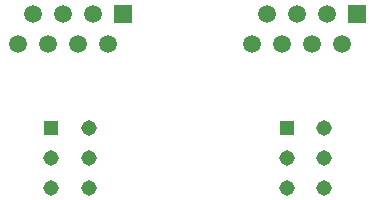
<source format=gbr>
%TF.GenerationSoftware,KiCad,Pcbnew,7.0.8*%
%TF.CreationDate,2025-01-24T11:04:58-08:00*%
%TF.ProjectId,Mini_Comp_Switch_2port,4d696e69-5f43-46f6-9d70-5f5377697463,rev?*%
%TF.SameCoordinates,Original*%
%TF.FileFunction,Copper,L1,Top*%
%TF.FilePolarity,Positive*%
%FSLAX46Y46*%
G04 Gerber Fmt 4.6, Leading zero omitted, Abs format (unit mm)*
G04 Created by KiCad (PCBNEW 7.0.8) date 2025-01-24 11:04:58*
%MOMM*%
%LPD*%
G01*
G04 APERTURE LIST*
%TA.AperFunction,ComponentPad*%
%ADD10R,1.308000X1.308000*%
%TD*%
%TA.AperFunction,ComponentPad*%
%ADD11C,1.308000*%
%TD*%
%TA.AperFunction,ComponentPad*%
%ADD12R,1.500000X1.500000*%
%TD*%
%TA.AperFunction,ComponentPad*%
%ADD13C,1.500000*%
%TD*%
G04 APERTURE END LIST*
D10*
%TO.P,REF\u002A\u002A,1*%
%TO.N,N/C*%
X155250000Y-65700000D03*
D11*
%TO.P,REF\u002A\u002A,2*%
X155250000Y-68200000D03*
%TO.P,REF\u002A\u002A,3*%
X155250000Y-70700000D03*
%TO.P,REF\u002A\u002A,4*%
X158450000Y-70700000D03*
%TO.P,REF\u002A\u002A,5*%
X158450000Y-68200000D03*
%TO.P,REF\u002A\u002A,6*%
X158450000Y-65700000D03*
%TD*%
D10*
%TO.P,REF\u002A\u002A,1*%
%TO.N,N/C*%
X175157500Y-65700000D03*
D11*
%TO.P,REF\u002A\u002A,2*%
X175157500Y-68200000D03*
%TO.P,REF\u002A\u002A,3*%
X175157500Y-70700000D03*
%TO.P,REF\u002A\u002A,4*%
X178357500Y-70700000D03*
%TO.P,REF\u002A\u002A,5*%
X178357500Y-68200000D03*
%TO.P,REF\u002A\u002A,6*%
X178357500Y-65700000D03*
%TD*%
D12*
%TO.P,REF\u002A\u002A,1*%
%TO.N,N/C*%
X161290000Y-56000000D03*
D13*
%TO.P,REF\u002A\u002A,2*%
X160020000Y-58540000D03*
%TO.P,REF\u002A\u002A,3*%
X158750000Y-56000000D03*
%TO.P,REF\u002A\u002A,4*%
X157480000Y-58540000D03*
%TO.P,REF\u002A\u002A,5*%
X156210000Y-56000000D03*
%TO.P,REF\u002A\u002A,6*%
X154940000Y-58540000D03*
%TO.P,REF\u002A\u002A,7*%
X153670000Y-56000000D03*
%TO.P,REF\u002A\u002A,8*%
X152400000Y-58540000D03*
%TD*%
D12*
%TO.P,REF\u002A\u002A,1*%
%TO.N,N/C*%
X181160000Y-56000000D03*
D13*
%TO.P,REF\u002A\u002A,2*%
X179890000Y-58540000D03*
%TO.P,REF\u002A\u002A,3*%
X178620000Y-56000000D03*
%TO.P,REF\u002A\u002A,4*%
X177350000Y-58540000D03*
%TO.P,REF\u002A\u002A,5*%
X176080000Y-56000000D03*
%TO.P,REF\u002A\u002A,6*%
X174810000Y-58540000D03*
%TO.P,REF\u002A\u002A,7*%
X173540000Y-56000000D03*
%TO.P,REF\u002A\u002A,8*%
X172270000Y-58540000D03*
%TD*%
M02*

</source>
